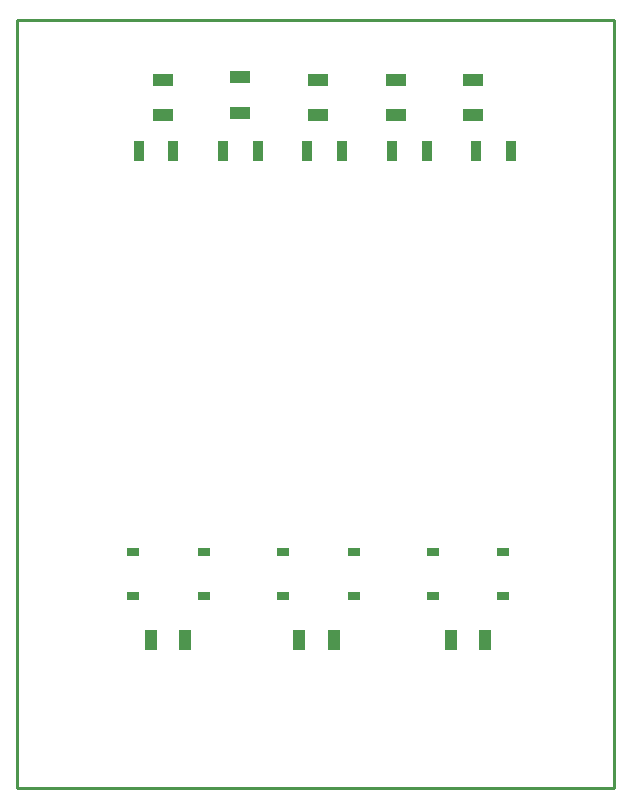
<source format=gtp>
G04*
G04 #@! TF.GenerationSoftware,Altium Limited,Altium Designer,18.0.7 (293)*
G04*
G04 Layer_Color=8421504*
%FSLAX25Y25*%
%MOIN*%
G70*
G01*
G75*
%ADD11C,0.01000*%
%ADD12R,0.04449X0.06969*%
%ADD13R,0.03819X0.06811*%
%ADD14R,0.06811X0.04331*%
%ADD15R,0.03937X0.02756*%
D11*
X0Y0D02*
Y256000D01*
Y0D02*
X199000D01*
Y256000D01*
X0D02*
X199000D01*
D12*
X105689Y49500D02*
D03*
X94311D02*
D03*
X156189D02*
D03*
X144811D02*
D03*
X44811D02*
D03*
X56189D02*
D03*
D13*
X153173Y212500D02*
D03*
X164827D02*
D03*
X125048D02*
D03*
X136702D02*
D03*
X96923D02*
D03*
X108577D02*
D03*
X68798D02*
D03*
X80452D02*
D03*
X40673D02*
D03*
X52327D02*
D03*
D14*
X152202Y224256D02*
D03*
Y236146D02*
D03*
X126369Y224256D02*
D03*
Y236146D02*
D03*
X100535Y224256D02*
D03*
Y236146D02*
D03*
X74500Y225055D02*
D03*
Y236945D02*
D03*
X48869Y224256D02*
D03*
Y236146D02*
D03*
D15*
X38878Y78783D02*
D03*
X62500D02*
D03*
X38878Y64217D02*
D03*
X62500D02*
D03*
X88783Y78783D02*
D03*
X112406D02*
D03*
X88783Y64217D02*
D03*
X112406D02*
D03*
X138689Y78783D02*
D03*
X162311D02*
D03*
X138689Y64217D02*
D03*
X162311D02*
D03*
M02*

</source>
